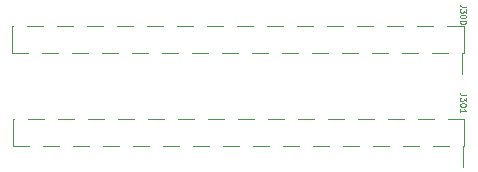
<source format=gto>
G04 #@! TF.GenerationSoftware,KiCad,Pcbnew,(5.1.9)-1*
G04 #@! TF.CreationDate,2021-12-21T22:01:16-05:00*
G04 #@! TF.ProjectId,backplane-rbf,6261636b-706c-4616-9e65-2d7262662e6b,rev?*
G04 #@! TF.SameCoordinates,Original*
G04 #@! TF.FileFunction,Legend,Top*
G04 #@! TF.FilePolarity,Positive*
%FSLAX46Y46*%
G04 Gerber Fmt 4.6, Leading zero omitted, Abs format (unit mm)*
G04 Created by KiCad (PCBNEW (5.1.9)-1) date 2021-12-21 22:01:16*
%MOMM*%
%LPD*%
G01*
G04 APERTURE LIST*
%ADD10C,0.120000*%
%ADD11C,0.100000*%
G04 APERTURE END LIST*
D10*
X159110000Y-98890000D02*
X159110000Y-101110000D01*
X120890000Y-98890000D02*
X120890000Y-101110000D01*
X157830000Y-101110000D02*
X156460000Y-101110000D01*
X155290000Y-101110000D02*
X153920000Y-101110000D01*
X152750000Y-101110000D02*
X151380000Y-101110000D01*
X150210000Y-101110000D02*
X148840000Y-101110000D01*
X147670000Y-101110000D02*
X146300000Y-101110000D01*
X145130000Y-101110000D02*
X143760000Y-101110000D01*
X142590000Y-101110000D02*
X141220000Y-101110000D01*
X140050000Y-101110000D02*
X138680000Y-101110000D01*
X137510000Y-101110000D02*
X136140000Y-101110000D01*
X134970000Y-101110000D02*
X133600000Y-101110000D01*
X132430000Y-101110000D02*
X131060000Y-101110000D01*
X129890000Y-101110000D02*
X128520000Y-101110000D01*
X127350000Y-101110000D02*
X125980000Y-101110000D01*
X124810000Y-101110000D02*
X123440000Y-101110000D01*
X122270000Y-101110000D02*
X120900000Y-101110000D01*
X159100000Y-98890000D02*
X157730000Y-98890000D01*
X159000000Y-101110000D02*
X159000000Y-102940000D01*
X159110000Y-101110000D02*
X159000000Y-101110000D01*
X121000000Y-98890000D02*
X120890000Y-98890000D01*
X156560000Y-98890000D02*
X155190000Y-98890000D01*
X154020000Y-98890000D02*
X152650000Y-98890000D01*
X151480000Y-98890000D02*
X150110000Y-98890000D01*
X148940000Y-98890000D02*
X147570000Y-98890000D01*
X146400000Y-98890000D02*
X145030000Y-98890000D01*
X143860000Y-98890000D02*
X142490000Y-98890000D01*
X141320000Y-98890000D02*
X139950000Y-98890000D01*
X138780000Y-98890000D02*
X137410000Y-98890000D01*
X136240000Y-98890000D02*
X134870000Y-98890000D01*
X133700000Y-98890000D02*
X132330000Y-98890000D01*
X131160000Y-98890000D02*
X129790000Y-98890000D01*
X128620000Y-98890000D02*
X127250000Y-98890000D01*
X126080000Y-98890000D02*
X124710000Y-98890000D01*
X123540000Y-98890000D02*
X122170000Y-98890000D01*
X159064000Y-91020000D02*
X159064000Y-93240000D01*
X120844000Y-91020000D02*
X120844000Y-93240000D01*
X157784000Y-93240000D02*
X156414000Y-93240000D01*
X155244000Y-93240000D02*
X153874000Y-93240000D01*
X152704000Y-93240000D02*
X151334000Y-93240000D01*
X150164000Y-93240000D02*
X148794000Y-93240000D01*
X147624000Y-93240000D02*
X146254000Y-93240000D01*
X145084000Y-93240000D02*
X143714000Y-93240000D01*
X142544000Y-93240000D02*
X141174000Y-93240000D01*
X140004000Y-93240000D02*
X138634000Y-93240000D01*
X137464000Y-93240000D02*
X136094000Y-93240000D01*
X134924000Y-93240000D02*
X133554000Y-93240000D01*
X132384000Y-93240000D02*
X131014000Y-93240000D01*
X129844000Y-93240000D02*
X128474000Y-93240000D01*
X127304000Y-93240000D02*
X125934000Y-93240000D01*
X124764000Y-93240000D02*
X123394000Y-93240000D01*
X122224000Y-93240000D02*
X120854000Y-93240000D01*
X159054000Y-91020000D02*
X157684000Y-91020000D01*
X158954000Y-93240000D02*
X158954000Y-95070000D01*
X159064000Y-93240000D02*
X158954000Y-93240000D01*
X120954000Y-91020000D02*
X120844000Y-91020000D01*
X156514000Y-91020000D02*
X155144000Y-91020000D01*
X153974000Y-91020000D02*
X152604000Y-91020000D01*
X151434000Y-91020000D02*
X150064000Y-91020000D01*
X148894000Y-91020000D02*
X147524000Y-91020000D01*
X146354000Y-91020000D02*
X144984000Y-91020000D01*
X143814000Y-91020000D02*
X142444000Y-91020000D01*
X141274000Y-91020000D02*
X139904000Y-91020000D01*
X138734000Y-91020000D02*
X137364000Y-91020000D01*
X136194000Y-91020000D02*
X134824000Y-91020000D01*
X133654000Y-91020000D02*
X132284000Y-91020000D01*
X131114000Y-91020000D02*
X129744000Y-91020000D01*
X128574000Y-91020000D02*
X127204000Y-91020000D01*
X126034000Y-91020000D02*
X124664000Y-91020000D01*
X123494000Y-91020000D02*
X122124000Y-91020000D01*
D11*
X159273809Y-96857142D02*
X158916666Y-96857142D01*
X158845238Y-96833333D01*
X158797619Y-96785714D01*
X158773809Y-96714285D01*
X158773809Y-96666666D01*
X159273809Y-97047619D02*
X159273809Y-97357142D01*
X159083333Y-97190476D01*
X159083333Y-97261904D01*
X159059523Y-97309523D01*
X159035714Y-97333333D01*
X158988095Y-97357142D01*
X158869047Y-97357142D01*
X158821428Y-97333333D01*
X158797619Y-97309523D01*
X158773809Y-97261904D01*
X158773809Y-97119047D01*
X158797619Y-97071428D01*
X158821428Y-97047619D01*
X159273809Y-97666666D02*
X159273809Y-97714285D01*
X159250000Y-97761904D01*
X159226190Y-97785714D01*
X159178571Y-97809523D01*
X159083333Y-97833333D01*
X158964285Y-97833333D01*
X158869047Y-97809523D01*
X158821428Y-97785714D01*
X158797619Y-97761904D01*
X158773809Y-97714285D01*
X158773809Y-97666666D01*
X158797619Y-97619047D01*
X158821428Y-97595238D01*
X158869047Y-97571428D01*
X158964285Y-97547619D01*
X159083333Y-97547619D01*
X159178571Y-97571428D01*
X159226190Y-97595238D01*
X159250000Y-97619047D01*
X159273809Y-97666666D01*
X158773809Y-98309523D02*
X158773809Y-98023809D01*
X158773809Y-98166666D02*
X159273809Y-98166666D01*
X159202380Y-98119047D01*
X159154761Y-98071428D01*
X159130952Y-98023809D01*
X159273809Y-89357142D02*
X158916666Y-89357142D01*
X158845238Y-89333333D01*
X158797619Y-89285714D01*
X158773809Y-89214285D01*
X158773809Y-89166666D01*
X159273809Y-89547619D02*
X159273809Y-89857142D01*
X159083333Y-89690476D01*
X159083333Y-89761904D01*
X159059523Y-89809523D01*
X159035714Y-89833333D01*
X158988095Y-89857142D01*
X158869047Y-89857142D01*
X158821428Y-89833333D01*
X158797619Y-89809523D01*
X158773809Y-89761904D01*
X158773809Y-89619047D01*
X158797619Y-89571428D01*
X158821428Y-89547619D01*
X159273809Y-90166666D02*
X159273809Y-90214285D01*
X159250000Y-90261904D01*
X159226190Y-90285714D01*
X159178571Y-90309523D01*
X159083333Y-90333333D01*
X158964285Y-90333333D01*
X158869047Y-90309523D01*
X158821428Y-90285714D01*
X158797619Y-90261904D01*
X158773809Y-90214285D01*
X158773809Y-90166666D01*
X158797619Y-90119047D01*
X158821428Y-90095238D01*
X158869047Y-90071428D01*
X158964285Y-90047619D01*
X159083333Y-90047619D01*
X159178571Y-90071428D01*
X159226190Y-90095238D01*
X159250000Y-90119047D01*
X159273809Y-90166666D01*
X159273809Y-90642857D02*
X159273809Y-90690476D01*
X159250000Y-90738095D01*
X159226190Y-90761904D01*
X159178571Y-90785714D01*
X159083333Y-90809523D01*
X158964285Y-90809523D01*
X158869047Y-90785714D01*
X158821428Y-90761904D01*
X158797619Y-90738095D01*
X158773809Y-90690476D01*
X158773809Y-90642857D01*
X158797619Y-90595238D01*
X158821428Y-90571428D01*
X158869047Y-90547619D01*
X158964285Y-90523809D01*
X159083333Y-90523809D01*
X159178571Y-90547619D01*
X159226190Y-90571428D01*
X159250000Y-90595238D01*
X159273809Y-90642857D01*
M02*

</source>
